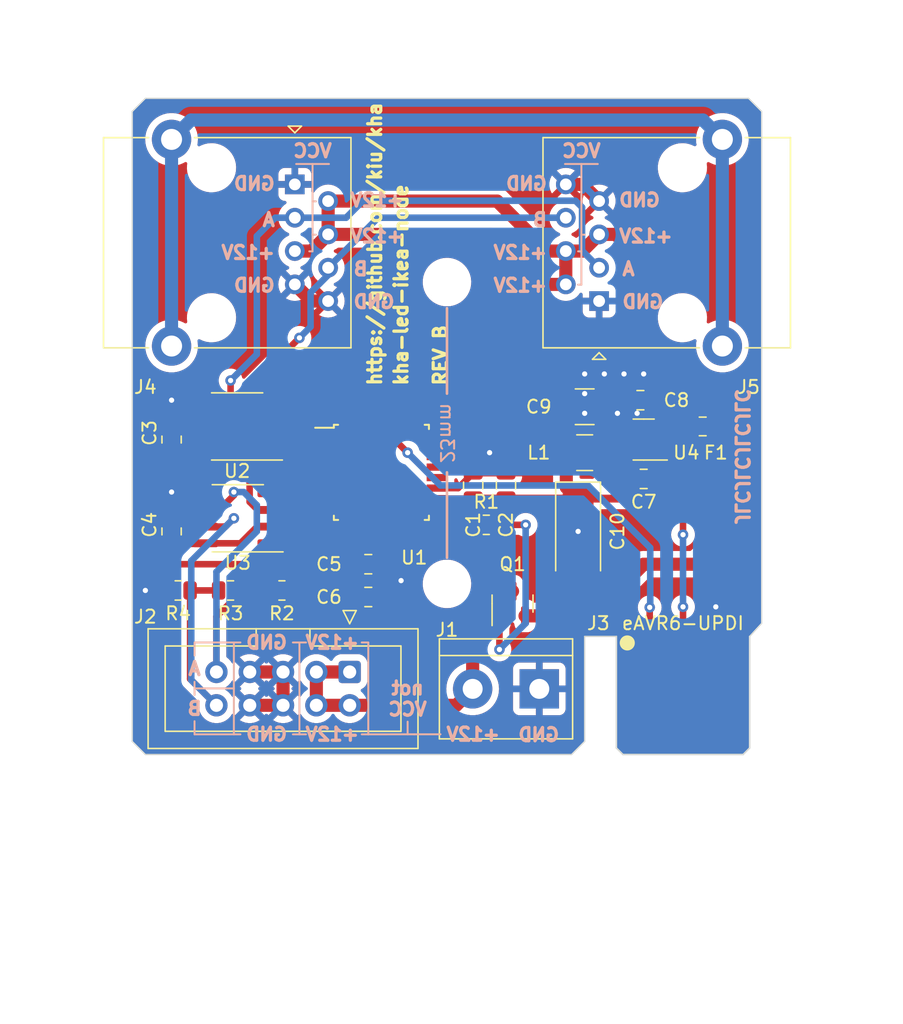
<source format=kicad_pcb>
(kicad_pcb (version 20221018) (generator pcbnew)
  (layers (0 "F.Cu" signal) (31 "B.Cu" signal) (34 "B.Paste" user) (35 "F.Paste" user) (36 "B.SilkS" user "B.Silkscreen") (37 "F.SilkS" user "F.Silkscreen") (38 "B.Mask" user) (39 "F.Mask" user) (44 "Edge.Cuts" user))
  (net 0 "")
  (net 1 "+5V")
  (net 2 "GND")
  (net 3 "UPDI")
  (net 4 "LED_TX")
  (net 5 "BUS_RX")
  (net 6 "BUS_DIR")
  (net 7 "BUS_TX")
  (net 8 "LED_EN")
  (net 9 "Net-(Q1-G)")
  (net 25 "+12V")
  (net 27 "485A")
  (net 28 "485B")
  (net 33 "Net-(J1-Pin_2)")
  (net 34 "Net-(U4-SW)")
  (net 35 "Net-(U4-BST)")
  (net 36 "Net-(U4-EN)")
  (net 37 "Net-(J2-Pin_9)")
  (net 38 "Net-(J2-Pin_10)")
  (net 39 "Net-(J4-PadSH)")
  (footprint "Resistor_SMD:R_0805_2012Metric" (layer "F.Cu") (at 97.5 75.5 180)
    (fp_text reference "R3" (at 0 -1.75 180) (layer "F.SilkS"))
    (fp_text value "R")
    (pad "1" smd roundrect (at -0.9125 0 180) (size 1.025 1.4) (layers "F.Cu" "F.Paste" "F.Mask") (roundrect_rratio 0.243902439) (net 37 "Net-(J2-Pin_9)"))
    (pad "2" smd roundrect (at 0.9125 0 180) (size 1.025 1.4) (layers "F.Cu" "F.Paste" "F.Mask") (roundrect_rratio 0.243902439) (net 38 "Net-(J2-Pin_10)"))
  )
  (footprint "Capacitor_SMD:C_1210_3225Metric" (layer "F.Cu") (at 124.5 61.5)
    (fp_text reference "C9" (at -3.5 0) (layer "F.SilkS"))
    (fp_text value "47uF")
    (pad "1" smd roundrect (at -1.475 0) (size 1.15 2.7) (layers "F.Cu" "F.Paste" "F.Mask") (roundrect_rratio 0.2173913043) (net 1 "+5V"))
    (pad "2" smd roundrect (at 1.475 0) (size 1.15 2.7) (layers "F.Cu" "F.Paste" "F.Mask") (roundrect_rratio 0.2173913043) (net 2 "GND"))
  )
  (footprint "Resistor_SMD:R_0805_2012Metric" (layer "F.Cu") (at 93.5 75.5 180)
    (fp_text reference "R4" (at 0 -1.75 180) (layer "F.SilkS"))
    (fp_text value "R")
    (pad "1" smd roundrect (at -0.9125 0 180) (size 1.025 1.4) (layers "F.Cu" "F.Paste" "F.Mask") (roundrect_rratio 0.243902439) (net 38 "Net-(J2-Pin_10)"))
    (pad "2" smd roundrect (at 0.9125 0 180) (size 1.025 1.4) (layers "F.Cu" "F.Paste" "F.Mask") (roundrect_rratio 0.243902439) (net 2 "GND"))
  )
  (footprint "Fuse:Fuse_0805_2012Metric" (layer "F.Cu") (at 133.5 63)
    (fp_text reference "F1" (at 1 2) (layer "F.SilkS"))
    (fp_text value "Polyfuse")
    (pad "1" smd roundrect (at -0.9375 0) (size 0.975 1.4) (layers "F.Cu" "F.Paste" "F.Mask") (net 36 "Net-(U4-EN)"))
    (pad "2" smd roundrect (at 0.9375 0) (size 0.975 1.4) (layers "F.Cu" "F.Paste" "F.Mask") (net 25 "+12V"))
  )
  (footprint "MountingHole:MountingHole_3.2mm_M3_DIN965" (layer "F.Cu") (at 114 52)
    (fp_text reference "H1" hide)
    (fp_text value "MountingHole")
    (pad "" np_thru_hole circle (at 0 0) (size 3.2 3.2) (drill 3.2) (layers "*.Cu" "*.Mask"))
  )
  (footprint "Inductor_SMD:L_1210_3225Metric" (layer "F.Cu") (at 124.5 65 180)
    (fp_text reference "L1" (at 3.5 0) (layer "F.SilkS"))
    (fp_text value "4.7uH")
    (pad "1" smd roundrect (at -1.4 0 180) (size 1.25 2.65) (layers "F.Cu" "F.Paste" "F.Mask") (roundrect_rratio 0.2) (net 34 "Net-(U4-SW)"))
    (pad "2" smd roundrect (at 1.4 0 180) (size 1.25 2.65) (layers "F.Cu" "F.Paste" "F.Mask") (roundrect_rratio 0.2) (net 1 "+5V"))
  )
  (footprint "Package_SO:SOIC-8_3.9x4.9mm_P1.27mm" (layer "F.Cu") (at 98.05 70 180)
    (fp_text reference "U3" (at 0 -3.4 180) (layer "F.SilkS"))
    (fp_text value "SP481E")
    (pad "1" smd roundrect (at -2.475 -1.905 180) (size 1.95 0.6) (layers "F.Cu" "F.Paste" "F.Mask"))
    (pad "2" smd roundrect (at -2.475 -0.635 180) (size 1.95 0.6) (layers "F.Cu" "F.Paste" "F.Mask") (net 1 "+5V"))
    (pad "3" smd roundrect (at -2.475 0.635 180) (size 1.95 0.6) (layers "F.Cu" "F.Paste" "F.Mask") (net 1 "+5V"))
    (pad "4" smd roundrect (at -2.475 1.905 180) (size 1.95 0.6) (layers "F.Cu" "F.Paste" "F.Mask") (net 4 "LED_TX"))
    (pad "5" smd roundrect (at 2.475 1.905 180) (size 1.95 0.6) (layers "F.Cu" "F.Paste" "F.Mask") (net 2 "GND"))
    (pad "6" smd roundrect (at 2.475 0.635 180) (size 1.95 0.6) (layers "F.Cu" "F.Paste" "F.Mask") (net 37 "Net-(J2-Pin_9)"))
    (pad "7" smd roundrect (at 2.475 -0.635 180) (size 1.95 0.6) (layers "F.Cu" "F.Paste" "F.Mask") (net 38 "Net-(J2-Pin_10)"))
    (pad "8" smd roundrect (at 2.475 -1.905 180) (size 1.95 0.6) (layers "F.Cu" "F.Paste" "F.Mask") (net 1 "+5V"))
  )
  (footprint "kiu:GDLX-S-88K" (layer "F.Cu") (at 93 49 -90)
    (fp_text reference "J4" (at 11 2 unlocked) (layer "F.SilkS"))
    (fp_text value "RJ45_Shielded")
    (pad "" np_thru_hole circle (at -5.715 -3.048 270) (size 3.25 3.25) (drill 3.25) (layers "*.Cu" "*.Mask"))
    (pad "" np_thru_hole circle (at 5.715 -3.048 90) (size 3.25 3.25) (drill 3.25) (layers "*.Cu" "*.Mask"))
    (pad "1" thru_hole rect (at -4.445 -9.398 90) (size 1.5 1.5) (drill 0.9) (layers "*.Cu" "*.Mask") (net 2 "GND"))
    (pad "2" thru_hole circle (at -3.175 -11.938 90) (size 1.5 1.5) (drill 0.9) (layers "*.Cu" "*.Mask") (net 25 "+12V"))
    (pad "3" thru_hole circle (at -1.905 -9.398 90) (size 1.5 1.5) (drill 0.9) (layers "*.Cu" "*.Mask") (net 27 "485A"))
    (pad "4" thru_hole circle (at -0.635 -11.938 90) (size 1.5 1.5) (drill 0.9) (layers "*.Cu" "*.Mask") (net 25 "+12V"))
    (pad "5" thru_hole circle (at 0.635 -9.398 90) (size 1.5 1.5) (drill 0.9) (layers "*.Cu" "*.Mask") (net 25 "+12V"))
    (pad "6" thru_hole circle (at 1.905 -11.938 90) (size 1.5 1.5) (drill 0.9) (layers "*.Cu" "*.Mask") (net 28 "485B"))
    (pad "7" thru_hole circle (at 3.175 -9.398 90) (size 1.5 1.5) (drill 0.9) (layers "*.Cu" "*.Mask") (net 2 "GND"))
    (pad "8" thru_hole circle (at 4.445 -11.938 90) (size 1.5 1.5) (drill 0.9) (layers "*.Cu" "*.Mask") (net 2 "GND"))
    (pad "SH" thru_hole circle (at -7.874 0.002 270) (size 3 3) (drill 1.6) (layers "*.Cu" "*.Mask") (net 39 "Net-(J4-PadSH)"))
    (pad "SH" thru_hole circle (at 7.874 0 90) (size 3 3) (drill 1.6) (layers "*.Cu" "*.Mask") (net 39 "Net-(J4-PadSH)"))
  )
  (footprint "Package_TO_SOT_SMD:SOT-23" (layer "F.Cu") (at 119 76.5 90)
    (fp_text reference "Q1" (at 3 0 180) (layer "F.SilkS"))
    (fp_text value "DMG2301L")
    (pad "1" smd roundrect (at -0.9375 -0.95 90) (size 1.475 0.6) (layers "F.Cu" "F.Paste" "F.Mask") (net 9 "Net-(Q1-G)"))
    (pad "2" smd roundrect (at -0.9375 0.95 90) (size 1.475 0.6) (layers "F.Cu" "F.Paste" "F.Mask") (net 25 "+12V"))
    (pad "3" smd roundrect (at 0.9375 0 90) (size 1.475 0.6) (layers "F.Cu" "F.Paste" "F.Mask") (net 33 "Net-(J1-Pin_2)"))
  )
  (footprint "MountingHole:MountingHole_3.2mm_M3_DIN965" (layer "F.Cu") (at 114 75)
    (fp_text reference "H2" hide)
    (fp_text value "MountingHole")
    (pad "" np_thru_hole circle (at 0 0) (size 3.2 3.2) (drill 3.2) (layers "*.Cu" "*.Mask"))
  )
  (footprint "Package_QFP:TQFP-32_7x7mm_P0.8mm" (layer "F.Cu") (at 109 66.5)
    (fp_text reference "U1" (at 2.5 6.5) (layer "F.SilkS"))
    (fp_text value "AVR64DD32")
    (pad "1" smd rect (at -4.25 -2.8) (size 1.6 0.55) (layers "F.Cu" "F.Paste" "F.Mask") (net 6 "BUS_DIR"))
    (pad "2" smd rect (at -4.25 -2) (size 1.6 0.55) (layers "F.Cu" "F.Paste" "F.Mask"))
    (pad "3" smd rect (at -4.25 -1.2) (size 1.6 0.55) (layers "F.Cu" "F.Paste" "F.Mask"))
    (pad "4" smd rect (at -4.25 -0.4) (size 1.6 0.55) (layers "F.Cu" "F.Paste" "F.Mask"))
    (pad "5" smd rect (at -4.25 0.4) (size 1.6 0.55) (layers "F.Cu" "F.Paste" "F.Mask"))
    (pad "6" smd rect (at -4.25 1.2) (size 1.6 0.55) (layers "F.Cu" "F.Paste" "F.Mask") (net 4 "LED_TX"))
    (pad "7" smd rect (at -4.25 2) (size 1.6 0.55) (layers "F.Cu" "F.Paste" "F.Mask"))
    (pad "8" smd rect (at -4.25 2.8) (size 1.6 0.55) (layers "F.Cu" "F.Paste" "F.Mask"))
    (pad "9" smd rect (at -2.8 4.25 90) (size 1.6 0.55) (layers "F.Cu" "F.Paste" "F.Mask"))
    (pad "10" smd rect (at -2 4.25 90) (size 1.6 0.55) (layers "F.Cu" "F.Paste" "F.Mask") (net 1 "+5V"))
    (pad "11" smd rect (at -1.2 4.25 90) (size 1.6 0.55) (layers "F.Cu" "F.Paste" "F.Mask"))
    (pad "12" smd rect (at -0.4 4.25 90) (size 1.6 0.55) (layers "F.Cu" "F.Paste" "F.Mask"))
    (pad "13" smd rect (at 0.4 4.25 90) (size 1.6 0.55) (layers "F.Cu" "F.Paste" "F.Mask"))
    (pad "14" smd rect (at 1.2 4.25 90) (size 1.6 0.55) (layers "F.Cu" "F.Paste" "F.Mask"))
    (pad "15" smd rect (at 2 4.25 90) (size 1.6 0.55) (layers "F.Cu" "F.Paste" "F.Mask"))
    (pad "16" smd rect (at 2.8 4.25 90) (size 1.6 0.55) (layers "F.Cu" "F.Paste" "F.Mask") (net 8 "LED_EN"))
    (pad "17" smd rect (at 4.25 2.8) (size 1.6 0.55) (layers "F.Cu" "F.Paste" "F.Mask"))
    (pad "18" smd rect (at 4.25 2) (size 1.6 0.55) (layers "F.Cu" "F.Paste" "F.Mask") (net 1 "+5V"))
    (pad "19" smd rect (at 4.25 1.2) (size 1.6 0.55) (layers "F.Cu" "F.Paste" "F.Mask") (net 2 "GND"))
    (pad "20" smd rect (at 4.25 0.4) (size 1.6 0.55) (layers "F.Cu" "F.Paste" "F.Mask"))
    (pad "21" smd rect (at 4.25 -0.4) (size 1.6 0.55) (layers "F.Cu" "F.Paste" "F.Mask"))
    (pad "22" smd rect (at 4.25 -1.2) (size 1.6 0.55) (layers "F.Cu" "F.Paste" "F.Mask"))
    (pad "23" smd rect (at 4.25 -2) (size 1.6 0.55) (layers "F.Cu" "F.Paste" "F.Mask"))
    (pad "24" smd rect (at 4.25 -2.8) (size 1.6 0.55) (layers "F.Cu" "F.Paste" "F.Mask"))
    (pad "25" smd rect (at 2.8 -4.25 90) (size 1.6 0.55) (layers "F.Cu" "F.Paste" "F.Mask"))
    (pad "26" smd rect (at 2 -4.25 90) (size 1.6 0.55) (layers "F.Cu" "F.Paste" "F.Mask"))
    (pad "27" smd rect (at 1.2 -4.25 90) (size 1.6 0.55) (layers "F.Cu" "F.Paste" "F.Mask") (net 3 "UPDI"))
    (pad "28" smd rect (at 0.4 -4.25 90) (size 1.6 0.55) (layers "F.Cu" "F.Paste" "F.Mask") (net 1 "+5V"))
    (pad "29" smd rect (at -0.4 -4.25 90) (size 1.6 0.55) (layers "F.Cu" "F.Paste" "F.Mask") (net 2 "GND"))
    (pad "30" smd rect (at -1.2 -4.25 90) (size 1.6 0.55) (layers "F.Cu" "F.Paste" "F.Mask") (net 7 "BUS_TX"))
    (pad "31" smd rect (at -2 -4.25 90) (size 1.6 0.55) (layers "F.Cu" "F.Paste" "F.Mask") (net 5 "BUS_RX"))
    (pad "32" smd rect (at -2.8 -4.25 90) (size 1.6 0.55) (layers "F.Cu" "F.Paste" "F.Mask"))
  )
  (footprint "TerminalBlock:TerminalBlock_bornier-2_P5.08mm" (layer "F.Cu") (at 121.04 83 180)
    (fp_text reference "J1" (at 7.04 4.5) (layer "F.SilkS"))
    (fp_text value "Screw_Terminal_01x02")
    (pad "1" thru_hole rect (at 0 0 180) (size 3 3) (drill 1.52) (layers "*.Cu" "*.Mask") (net 2 "GND"))
    (pad "2" thru_hole circle (at 5.08 0 180) (size 3 3) (drill 1.52) (layers "*.Cu" "*.Mask") (net 33 "Net-(J1-Pin_2)"))
  )
  (footprint "Capacitor_SMD:C_0805_2012Metric" (layer "F.Cu") (at 118.5 67.5 90)
    (fp_text reference "C2" (at -3 0 90) (layer "F.SilkS"))
    (fp_text value "100nF")
    (pad "1" smd roundrect (at -0.95 0 90) (size 1 1.45) (layers "F.Cu" "F.Paste" "F.Mask") (net 1 "+5V"))
    (pad "2" smd roundrect (at 0.95 0 90) (size 1 1.45) (layers "F.Cu" "F.Paste" "F.Mask") (net 2 "GND"))
  )
  (footprint "Resistor_SMD:R_0805_2012Metric" (layer "F.Cu") (at 101.4125 75.5 180)
    (fp_text reference "R2" (at 0 -1.75 180) (layer "F.SilkS"))
    (fp_text value "R")
    (pad "1" smd roundrect (at -0.9125 0 180) (size 1.025 1.4) (layers "F.Cu" "F.Paste" "F.Mask") (roundrect_rratio 0.243902439) (net 1 "+5V"))
    (pad "2" smd roundrect (at 0.9125 0 180) (size 1.025 1.4) (layers "F.Cu" "F.Paste" "F.Mask") (roundrect_rratio 0.243902439) (net 37 "Net-(J2-Pin_9)"))
  )
  (footprint "Package_SO:SOIC-8_3.9x4.9mm_P1.27mm" (layer "F.Cu") (at 98 63 180)
    (fp_text reference "U2" (at 0 -3.4 180) (layer "F.SilkS"))
    (fp_text value "SP481E")
    (pad "1" smd roundrect (at -2.475 -1.905 180) (size 1.95 0.6) (layers "F.Cu" "F.Paste" "F.Mask") (net 5 "BUS_RX"))
    (pad "2" smd roundrect (at -2.475 -0.635 180) (size 1.95 0.6) (layers "F.Cu" "F.Paste" "F.Mask") (net 6 "BUS_DIR"))
    (pad "3" smd roundrect (at -2.475 0.635 180) (size 1.95 0.6) (layers "F.Cu" "F.Paste" "F.Mask") (net 6 "BUS_DIR"))
    (pad "4" smd roundrect (at -2.475 1.905 180) (size 1.95 0.6) (layers "F.Cu" "F.Paste" "F.Mask") (net 7 "BUS_TX"))
    (pad "5" smd roundrect (at 2.475 1.905 180) (size 1.95 0.6) (layers "F.Cu" "F.Paste" "F.Mask") (net 2 "GND"))
    (pad "6" smd roundrect (at 2.475 0.635 180) (size 1.95 0.6) (layers "F.Cu" "F.Paste" "F.Mask") (net 27 "485A"))
    (pad "7" smd roundrect (at 2.475 -0.635 180) (size 1.95 0.6) (layers "F.Cu" "F.Paste" "F.Mask") (net 28 "485B"))
    (pad "8" smd roundrect (at 2.475 -1.905 180) (size 1.95 0.6) (layers "F.Cu" "F.Paste" "F.Mask") (net 1 "+5V"))
  )
  (footprint "Capacitor_SMD:C_0805_2012Metric" (layer "F.Cu") (at 129 67)
    (fp_text reference "C7" (at 0 1.75) (layer "F.SilkS"))
    (fp_text value "100nF")
    (pad "1" smd roundrect (at -0.95 0) (size 1 1.45) (layers "F.Cu" "F.Paste" "F.Mask") (net 34 "Net-(U4-SW)"))
    (pad "2" smd roundrect (at 0.95 0) (size 1 1.45) (layers "F.Cu" "F.Paste" "F.Mask") (net 35 "Net-(U4-BST)"))
  )
  (footprint "Capacitor_SMD:C_0805_2012Metric" (layer "F.Cu") (at 108 73.5)
    (fp_text reference "C5" (at -3 0) (layer "F.SilkS"))
    (fp_text value "10nF")
    (pad "1" smd roundrect (at -0.95 0) (size 1 1.45) (layers "F.Cu" "F.Paste" "F.Mask") (net 1 "+5V"))
    (pad "2" smd roundrect (at 0.95 0) (size 1 1.45) (layers "F.Cu" "F.Paste" "F.Mask") (net 2 "GND"))
  )
  (footprint "Capacitor_SMD:C_0805_2012Metric" (layer "F.Cu") (at 128.75 61)
    (fp_text reference "C8" (at 2.75 0) (layer "F.SilkS"))
    (fp_text value "10uF")
    (pad "1" smd roundrect (at -0.95 0) (size 1 1.45) (layers "F.Cu" "F.Paste" "F.Mask") (net 2 "GND"))
    (pad "2" smd roundrect (at 0.95 0) (size 1 1.45) (layers "F.Cu" "F.Paste" "F.Mask") (net 36 "Net-(U4-EN)"))
  )
  (footprint "Package_TO_SOT_SMD:TSOT-23-6" (layer "F.Cu") (at 129 64 180)
    (fp_text reference "U4" (at -3.25 -1) (layer "F.SilkS"))
    (fp_text value "AP63205WU")
    (pad "1" smd roundrect (at -1.1375 -0.95 180) (size 1.325 0.6) (layers "F.Cu" "F.Paste" "F.Mask") (net 1 "+5V"))
    (pad "2" smd roundrect (at -1.1375 0 180) (size 1.325 0.6) (layers "F.Cu" "F.Paste" "F.Mask") (net 36 "Net-(U4-EN)"))
    (pad "3" smd roundrect (at -1.1375 0.95 180) (size 1.325 0.6) (layers "F.Cu" "F.Paste" "F.Mask") (net 36 "Net-(U4-EN)"))
    (pad "4" smd roundrect (at 1.1375 0.95 180) (size 1.325 0.6) (layers "F.Cu" "F.Paste" "F.Mask") (net 2 "GND"))
    (pad "5" smd roundrect (at 1.1375 0 180) (size 1.325 0.6) (layers "F.Cu" "F.Paste" "F.Mask") (net 34 "Net-(U4-SW)"))
    (pad "6" smd roundrect (at 1.1375 -0.95 180) (size 1.325 0.6) (layers "F.Cu" "F.Paste" "F.Mask") (net 35 "Net-(U4-BST)"))
  )
  (footprint "Capacitor_SMD:C_0805_2012Metric" (layer "F.Cu") (at 108 76)
    (fp_text reference "C6" (at -3 0) (layer "F.SilkS"))
    (fp_text value "100nF")
    (pad "1" smd roundrect (at -0.95 0) (size 1 1.45) (layers "F.Cu" "F.Paste" "F.Mask") (net 1 "+5V"))
    (pad "2" smd roundrect (at 0.95 0) (size 1 1.45) (layers "F.Cu" "F.Paste" "F.Mask") (net 2 "GND"))
  )
  (footprint "Capacitor_SMD:C_0805_2012Metric" (layer "F.Cu") (at 93 64 90)
    (fp_text reference "C3" (at 0.5 -1.68 90) (layer "F.SilkS"))
    (fp_text value "100nF")
    (pad "1" smd roundrect (at -0.95 0 90) (size 1 1.45) (layers "F.Cu" "F.Paste" "F.Mask") (net 1 "+5V"))
    (pad "2" smd roundrect (at 0.95 0 90) (size 1 1.45) (layers "F.Cu" "F.Paste" "F.Mask") (net 2 "GND"))
  )
  (footprint "kiu:GDLX-S-88K" (layer "F.Cu") (at 135 49 90)
    (fp_text reference "J5" (at -11 2 unlocked) (layer "F.SilkS"))
    (fp_text value "RJ45_Shielded")
    (pad "" np_thru_hole circle (at -5.715 -3.048 90) (size 3.25 3.25) (drill 3.25) (layers "*.Cu" "*.Mask"))
    (pad "" np_thru_hole circle (at 5.715 -3.048 270) (size 3.25 3.25) (drill 3.25) (layers "*.Cu" "*.Mask"))
    (pad "1" thru_hole rect (at -4.445 -9.398 270) (size 1.5 1.5) (drill 0.9) (layers "*.Cu" "*.Mask") (net 2 "GND"))
    (pad "2" thru_hole circle (at -3.175 -11.938 270) (size 1.5 1.5) (drill 0.9) (layers "*.Cu" "*.Mask") (net 25 "+12V"))
    (pad "3" thru_hole circle (at -1.905 -9.398 270) (size 1.5 1.5) (drill 0.9) (layers "*.Cu" "*.Mask") (net 27 "485A"))
    (pad "4" thru_hole circle (at -0.635 -11.938 270) (size 1.5 1.5) (drill 0.9) (layers "*.Cu" "*.Mask") (net 25 "+12V"))
    (pad "5" thru_hole circle (at 0.635 -9.398 270) (size 1.5 1.5) (drill 0.9) (layers "*.Cu" "*.Mask") (net 25 "+12V"))
    (pad "6" thru_hole circle (at 1.905 -11.938 270) (size 1.5 1.5) (drill 0.9) (layers "*.Cu" "*.Mask") (net 28 "485B"))
    (pad "7" thru_hole circle (at 3.175 -9.398 270) (size 1.5 1.5) (drill 0.9) (layers "*.Cu" "*.Mask") (net 2 "GND"))
    (pad "8" thru_hole circle (at 4.445 -11.938 270) (size 1.5 1.5) (drill 0.9) (layers "*.Cu" "*.Mask") (net 2 "GND"))
    (pad "SH" thru_hole circle (at -7.874 0.002 90) (size 3 3) (drill 1.6) (layers "*.Cu" "*.Mask") (net 39 "Net-(J4-PadSH)"))
    (pad "SH" thru_hole circle (at 7.874 0 270) (size 3 3) (drill 1.6) (layers "*.Cu" "*.Mask") (net 39 "Net-(J4-PadSH)"))
  )
  (footprint "Capacitor_SMD:C_0805_2012Metric" (layer "F.Cu") (at 116 67.5 90)
    (fp_text reference "C1" (at -3 0 90) (layer "F.SilkS"))
    (fp_text value "10nF")
    (pad "1" smd roundrect (at -0.95 0 90) (size 1 1.45) (layers "F.Cu" "F.Paste" "F.Mask") (net 1 "+5V"))
    (pad "2" smd roundrect (at 0.95 0 90) (size 1 1.45) (layers "F.Cu" "F.Paste" "F.Mask") (net 2 "GND"))
  )
  (footprint "Connector_IDC:IDC-Header_2x05_P2.54mm_Vertical" (layer "F.Cu") (at 106.58 81.7125 -90)
    (fp_text reference "J2" (at -4.2125 15.58) (layer "F.SilkS"))
    (fp_text value "Conn_01x10")
    (pad "1" thru_hole roundrect (at 0 0 270) (size 1.7 1.7) (drill 1) (layers "*.Cu" "*.Mask") (roundrect_rratio 0.1470588235) (net 33 "Net-(J1-Pin_2)"))
    (pad "2" thru_hole circle (at 2.54 0 270) (size 1.7 1.7) (drill 1) (layers "*.Cu" "*.Mask") (net 33 "Net-(J1-Pin_2)"))
    (pad "3" thru_hole circle (at 0 2.54 270) (size 1.7 1.7) (drill 1) (layers "*.Cu" "*.Mask") (net 33 "Net-(J1-Pin_2)"))
    (pad "4" thru_hole circle (at 2.54 2.54 270) (size 1.7 1.7) (drill 1) (layers "*.Cu" "*.Mask") (net 33 "Net-(J1-Pin_2)"))
    (pad "5" thru_hole circle (at 0 5.08 270) (size 1.7 1.7) (drill 1) (layers "*.Cu" "*.Mask") (net 2 "GND"))
    (pad "6" thru_hole circle (at 2.54 5.08 270) (size 1.7 1.7) (drill 1) (layers "*.Cu" "*.Mask") (net 2 "GND"))
    (pad "7" thru_hole circle (at 0 7.62 270) (size 1.7 1.7) (drill 1) (layers "*.Cu" "*.Mask") (net 2 "GND"))
    (pad "8" thru_hole circle (at 2.54 7.62 270) (size 1.7 1.7) (drill 1) (layers "*.Cu" "*.Mask") (net 2 "GND"))
    (pad "9" thru_hole circle (at 0 10.16 270) (size 1.7 1.7) (drill 1) (layers "*.Cu" "*.Mask") (net 37 "Net-(J2-Pin_9)"))
    (pad "10" thru_hole circle (at 2.54 10.16 270) (size 1.7 1.7) (drill 1) (layers "*.Cu" "*.Mask") (net 38 "Net-(J2-Pin_10)"))
  )
  (footprint "Capacitor_SMD:C_0805_2012Metric" (layer "F.Cu") (at 93 71 90)
    (fp_text reference "C4" (at 0.5 -1.68 90) (layer "F.SilkS"))
    (fp_text value "100nF")
    (pad "1" smd roundrect (at -0.95 0 90) (size 1 1.45) (layers "F.Cu" "F.Paste" "F.Mask") (net 1 "+5V"))
    (pad "2" smd roundrect (at 0.95 0 90) (size 1 1.45) (layers "F.Cu" "F.Paste" "F.Mask") (net 2 "GND"))
  )
  (footprint "Resistor_SMD:R_0805_2012Metric" (layer "F.Cu") (at 117 70.5 180)
    (fp_text reference "R1" (at 0 1.75) (layer "F.SilkS"))
    (fp_text value "10R")
    (pad "1" smd roundrect (at -0.9125 0 180) (size 1.025 1.4) (layers "F.Cu" "F.Paste" "F.Mask") (roundrect_rratio 0.243902439) (net 9 "Net-(Q1-G)"))
    (pad "2" smd roundrect (at 0.9125 0 180) (size 1.025 1.4) (layers "F.Cu" "F.Paste" "F.Mask") (roundrect_rratio 0.243902439) (net 8 "LED_EN"))
  )
  (footprint "kiu-eAVR:eAVR6-UPDI-F" (layer "F.Cu") (at 132 88)
    (fp_text reference "J3" (at -5.5 -10) (layer "F.SilkS") (effects (justify right)))
    (fp_text value "AVR-UPDI-6" hide)
    (fp_text user "eAVR6-UPDI" (at -4.75 -10 unlocked) (layer "F.SilkS") (effects (justify left)))
    (fp_line (start -5.08 -9) (end -5.08 -0.5) (stroke (width 0.12)) (layer "Edge.Cuts"))
    (fp_line (start -5.08 -0.5) (end -4.58 0) (stroke (width 0.12)) (layer "Edge.Cuts"))
    (fp_line (start -4.58 0) (end 4.58 0) (stroke (width 0.12)) (layer "Edge.Cuts"))
    (fp_line (start 5.08 -9) (end 5.08 -0.5) (stroke (width 0.12)) (layer "Edge.Cuts"))
    (fp_line (start 5.08 -0.5) (end 4.58 0) (stroke (width 0.12)) (layer "Edge.Cuts"))
    (pad "1" connect rect (at -2.54 -5) (size 1.4 8) (layers "F.Cu" "F.Mask") (net 3 "UPDI"))
    (pad "2" connect rect (at 0 -5) (size 1.4 8) (layers "F.Cu" "F.Mask") (net 1 "+5V"))
    (pad "6" connect rect (at 2.54 -5) (size 1.4 8) (layers "F.Cu" "F.Mask") (net 2 "GND"))
  )
  (footprint "Capacitor_Tantalum_SMD:CP_EIA-6032-28_Kemet-C" (layer "F.Cu") (at 124 71 -90)
    (fp_text reference "C10" (at 0 -3 90) (layer "F.SilkS"))
    (fp_text value "220uF")
    (pad "1" smd roundrect (at -2.4625 0 270) (size 2.075 2.35) (layers "F.Cu" "F.Paste" "F.Mask") (roundrect_rratio 0.1204819277) (net 1 "+5V"))
    (pad "2" smd roundrect (at 2.4625 0 270) (size 2.075 2.35) (layers "F.Cu" "F.Paste" "F.Mask") (roundrect_rratio 0.1204819277) (net 2 "GND"))
  )
  (gr_line (start 103.25 79.465) (end 102.25 79.465) (stroke (width 0.15)) (layer "B.SilkS"))
  (gr_line (start 124.25 52.197) (end 124 52.197) (stroke (width 0.15)) (layer "B.SilkS"))
  (gr_line (start 108 86.465) (end 111.506 86.4616) (stroke (width 0.15)) (layer "B.SilkS"))
  (gr_line (start 103.75 43) (end 103.75 49.657) (stroke (width 0.15)) (layer "B.SilkS"))
  (gr_line (start 111 86.4616) (end 111 85.5) (stroke (width 0.15)) (layer "B.SilkS"))
  (gr_line (start 103.75 48.387) (end 104 48.387) (stroke (width 0.15)) (layer "B.SilkS"))
  (gr_line (start 98.25 79.465) (end 94.75 79.465) (stroke (width 0.15)) (layer "B.SilkS"))
  (gr_line (start 97.75 79.465) (end 97.75 86.465) (stroke (width 0.15)) (layer "B.SilkS"))
  (gr_line (start 102.25 86.465) (end 103.25 86.465) (stroke (width 0.15)) (layer "B.SilkS"))
  (gr_line (start 103.75 45.847) (end 104 45.847) (stroke (width 0.15)) (layer "B.SilkS"))
  (gr_line (start 102.5 43) (end 105 43) (stroke (width 0.15)) (layer "B.SilkS"))
  (gr_line (start 108 86.465) (end 107.5 86.465) (stroke (width 0.15)) (layer "B.SilkS"))
  (gr_line (start 97.75 82.965) (end 94.75 82.965) (stroke (width 0.15)) (layer "B.SilkS"))
  (gr_line (start 94.75 79.465) (end 94.75 80.465) (stroke (width 0.15)) (layer "B.SilkS"))
  (gr_line (start 108 79.465) (end 108 86.465) (stroke (width 0.15)) (layer "B.SilkS"))
  (gr_line (start 124.25 48.387) (end 124.5 48.387) (stroke (width 0.15)) (layer "B.SilkS"))
  (gr_line (start 114 66.5) (end 114 73) (stroke (width 0.2)) (layer "B.SilkS"))
  (gr_line (start 108 79.465) (end 107.5 79.465) (stroke (width 0.15)) (layer "B.SilkS"))
  (gr_line (start 94.75 85.465) (end 94.75 86.465) (stroke (width 0.15)) (layer "B.SilkS"))
  (gr_line (start 123 43) (end 125.5 43) (stroke (width 0.15)) (layer "B.SilkS"))
  (gr_line (start 102.75 79.465) (end 102.75 86.465) (stroke (width 0.15)) (layer "B.SilkS"))
  (gr_line (start 114 54) (end 114 60.5) (stroke (width 0.2)) (layer "B.SilkS"))
  (gr_line (start 113.506 86.4616) (end 111.506 86.4616) (stroke (width 0.15)) (layer "B.SilkS"))
  (gr_line (start 94.75 82.465) (end 94.75 83.465) (stroke (width 0.15)) (layer "B.SilkS"))
  (gr_line (start 124.25 43) (end 124.25 52.197) (stroke (width 0.15)) (layer "B.SilkS"))
  (gr_line (start 94.75 86.465) (end 98.25 86.465) (stroke (width 0.15)) (layer "B.SilkS"))
  (gr_line (start 103.75 49.657) (end 103.5 49.657) (stroke (width 0.15)) (layer "B.SilkS"))
  (gr_line (start 124.25 49.657) (end 124 49.657) (stroke (width 0.15)) (layer "B.SilkS"))
  (gr_line (start 126.92 79) (end 124.5 79) (stroke (width 0.1)) (layer "Edge.Cuts"))
  (gr_line (start 90 39) (end 90 87) (stroke (width 0.1)) (layer "Edge.Cuts"))
  (gr_line (start 138 39) (end 138 78) (stroke (width 0.1)) (layer "Edge.Cuts"))
  (gr_line (start 137.08 79) (end 138 78) (stroke (width 0.1)) (layer "Edge.Cuts"))
  (gr_line (start 90 39) (end 91 38) (stroke (width 0.1)) (layer "Edge.Cuts"))
  (gr_line (start 124.5 87) (end 124.5 79) (stroke (width 0.1)) (layer "Edge.Cuts"))
  (gr_line (start 123.5 88) (end 124.5 87) (stroke (width 0.1)) (layer "Edge.Cuts"))
  (gr_line (start 137 38) (end 138 39) (stroke (width 0.1)) (layer "Edge.Cuts"))
  (gr_line (start 90 87) (end 91 88) (stroke (width 0.1)) (layer "Edge.Cuts"))
  (gr_line (start 91 38) (end 137 38) (stroke (width 0.1)) (layer "Edge.Cuts"))
  (gr_line (start 91 88) (end 123.5 88) (stroke (width 0.1)) (layer "Edge.Cuts"))
  (gr_text "GND" (at 121 86.5) (layer "B.SilkS") (effects (font (size 1 1) (thickness 0.25)) (justify mirror)))
  (gr_text "+12V" (at 121.75 52.25) (layer "B.SilkS") (effects (font (size 1 1) (thickness 0.25)) (justify left mirror)))
  (gr_text "GND" (at 127.25 53.5) (layer "B.SilkS") (effects (font (size 1 1) (thickness 0.25)) (justify right mirror)))
  (gr_text "+12V" (at 105.25 86.465) (layer "B.SilkS") (effects (font (size 1 1) (thickness 0.25)) (justify mirror)))
  (gr_text "B" (at 106.75 51) (layer "B.SilkS") (effects (font (size 1 1) (thickness 0.25)) (justify right mirror)))
  (gr_text "GND" (at 121.75 44.5) (layer "B.SilkS") (effects (font (size 1 1) (thickness 0.25)) (justify left mirror)))
  (gr_text "GND" (at 100.25 86.465) (layer "B.SilkS") (effects (font (size 1 1) (thickness 0.25)) (justify mirror)))
  (gr_text "GND" (at 101 52.25) (layer "B.SilkS") (effects (font (size 1 1) (thickness 0.25)) (justify left mirror)))
  (gr_text "GND" (at 100.25 79.465) (layer "B.SilkS") (effects (font (size 1 1) (thickness 0.25)) (justify mirror)))
  (gr_text "B" (at 121.75 47.25) (layer "B.SilkS") (effects (font (size 1 1) (thickness 0.25)) (justify left mirror)))
  (gr_text "GND" (at 106.75 53.5) (layer "B.SilkS") (effects (font (size 1 1) (thickness 0.25)) (justify right mirror)))
  (gr_text "A" (at 94.75 81.465) (layer "B.SilkS") (effects (font (size 1 1) (thickness 0.25)) (justify mirror)))
  (gr_text "+12V" (at 121.75 49.75) (layer "B.SilkS") (effects (font (size 1 1) (thickness 0.25)) (justify left mirror)))
  (gr_text "GND" (at 127 45.75) (layer "B.SilkS") (effects (font (size 1 1) (thickness 0.25)) (justify right mirror)))
  (gr_text "JLCJLCJLCJLC" (at 136.5 60 270) (layer "B.SilkS") (effects (font (size 1 1) (thickness 0.25)) (justify right mirror)))
  (gr_text "+12V" (at 105.25 79.465) (layer "B.SilkS") (effects (font (size 1 1) (thickness 0.25)) (justify mirror)))
  (gr_text "VCC" (at 103.75 42) (layer "B.SilkS") (effects (font (size 1 1) (thickness 0.25)) (justify mirror)))
  (gr_text "+12V" (at 116 86.465) (layer "B.SilkS") (effects (font (size 1 1) (thickness 0.25)) (justify mirror)))
  (gr_text "B" (at 94.75 84.5) (layer "B.SilkS") (effects (font (size 1 1) (thickness 0.25)) (justify mirror)))
  (gr_text "VCC" (at 124.25 42) (layer "B.SilkS") (effects (font (size 1 1) (thickness 0.25)) (justify mirror)))
  (gr_text "+12V" (at 101 49.75) (layer "B.SilkS") (effects (font (size 1 1) (thickness 0.25)) (justify left mirror)))
  (gr_text "A" (at 101 47.25) (layer "B.SilkS") (effects (font (size 1 1) (thickness 0.25)) (justify left mirror)))
  (gr_text "GND" (at 101 44.5) (layer "B.SilkS") (effects (font (size 1 1) (thickness 0.25)) (justify left mirror)))
  (gr_text "A" (at 127.25 51) (layer "B.SilkS") (effects (font (size 1 1) (thickness 0.25)) (justify right mirror)))
  (gr_text "+12V" (at 106.5 45.75) (layer "B.SilkS") (effects (font (size 1 1) (thickness 0.25)) (justify right mirror)))
  (gr_text "+12V" (at 106.5 48.5) (layer "B.SilkS") (effects (font (size 1 1) (thickness 0.25)) (justify right mirror)))
  (gr_text "23mm" (at 114 63.5 270) (layer "B.SilkS") (effects (font (size 1 1)) (justify mirror)))
  (gr_text "+12V" (at 127 48.5) (layer "B.SilkS") (effects (font (size 1 1) (thickness 0.25)) (justify right mirror)))
  (gr_text "not\nVCC" (at 110.994 83.75) (layer "B.SilkS") (effects (font (size 1 1) (thickness 0.25)) (justify mirror)))
  (gr_text "REV B" (at 113.5 60 90) (layer "F.SilkS") (effects (font (size 1 1) (thickness 0.25)) (justify left)))
  (gr_text "https://github.com/kiu/kha" (at 108.5 60 90) (layer "F.SilkS") (effects (font (size 1 1) (thickness 0.25)) (justify left)))
  (gr_text "kha-led-ikea-node" (at 110.5 60 90) (layer "F.SilkS") (effects (font (size 1 1) (thickness 0.25)) (justify left)))
  (segment (start 110 68.5) (end 108.075 68.5) (width 0.5) (layer "F.Cu") (net 1))
  (segment (start 132 71.25) (end 132 70.25) (width 0.5) (layer "F.Cu") (net 1))
  (segment (start 118.5 68.45) (end 123.9125 68.45) (width 0.5) (layer "F.Cu") (net 1))
  (segment (start 98.9525 68.75) (end 99.5675 69.365) (width 0.5) (layer "F.Cu") (net 1))
  (segment (start 95.525 64.905) (end 93.25 64.905) (width 0.5) (layer "F.Cu") (net 1))
  (segment (start 93 65.75) (end 93.75 66.5) (width 0.5) (layer "F.Cu") (net 1))
  (segment (start 115.95 68.5) (end 116 68.45) (width 0.5) (layer "F.Cu") (net 1))
  (segment (start 93 71.95) (end 93 73) (width 0.5) (layer "F.Cu") (net 1))
  (segment (start 110 68.5) (end 113.25 68.5) (width 0.5) (layer "F.Cu") (net 1))
  (segment (start 95.575 71.905) (end 98.25 71.905) (width 0.5) (layer "F.Cu") (net 1))
  (segment (start 93.25 64.905) (end 93.25 64.95) (width 0.5) (layer "F.Cu") (net 1))
  (segment (start 106.05 73.5) (end 107.05 74.5) (width 0.5) (layer "F.Cu") (net 1))
  (segment (start 107.05 73.5) (end 107.05 74.5) (width 0.5) (layer "F.Cu") (net 1))
  (segment (start 99.5675 69.365) (end 100.525 69.365) (width 0.5) (layer "F.Cu") (net 1))
  (segment (start 109.4 67.9) (end 110 68.5) (width 0.5) (layer "F.Cu") (net 1))
  (segment (start 98.25 71.905) (end 98.9525 71.2025) (width 0.5) (layer "F.Cu") (net 1))
  (segment (start 108.075 68.5) (end 107 69.575) (width 0.5) (layer "F.Cu") (net 1))
  (segment (start 93 64.95) (end 93 65.75) (width 0.5) (layer "F.Cu") (net 1))
  (segment (start 98.5 66.5) (end 98.9525 66.9525) (width 0.5) (layer "F.Cu") (net 1))
  (segment (start 118.5 68.45) (end 116 68.45) (width 0.5) (layer "F.Cu") (net 1))
  (segment (start 123.1 61.575) (end 123.025 61.5) (width 1) (layer "F.Cu") (net 1))
  (segment (start 100.525 69.365) (end 100.525 70.635) (width 0.5) (layer "F.Cu") (net 1))
  (segment (start 93.75 66.5) (end 98.5 66.5) (width 0.5) (layer "F.Cu") (net 1))
  (segment (start 131 65.8125) (end 130.1375 64.95) (width 0.5) (layer "F.Cu") (net 1))
  (segment (start 130.23566 68.5) (end 124.0375 68.5) (width 0.6) (layer "F.Cu") (net 1))
  (segment (start 93 73) (end 93.5 73.5) (width 0.5) (layer "F.Cu") (net 1))
  (segment (start 123.1 65) (end 123.1 67.6375) (width 1) (layer "F.Cu") (net 1))
  (segment (start 109.4 66.5) (end 109.4 67.9) (width 0.5) (layer "F.Cu") (net 1))
  (segment (start 123.1 67.6375) (end 124 68.5375) (width 1) (layer "F.Cu") (net 1))
  (segment (start 107 69.575) (end 107 70.75) (width 0.5) (layer "F.Cu") (net 1))
  (segment (start 107.05 74.5) (end 107.05 75.9) (width 0.5) (layer "F.Cu") (net 1))
  (segment (start 109.4 62.25) (end 109.4 66.5) (width 0.5) (layer "F.Cu") (net 1))
  (segment (start 132 70.25) (end 130.25 68.5) (width 0.5) (layer "F.Cu") (net 1))
  (segment (start 107 73.45) (end 107.05 73.5) (width 0.5) (layer "F.Cu") (net 1))
  (segment (start 131 67.75) (end 131 65.8125) (width 0.5) (layer "F.Cu") (net 1))
  (segment (start 101.325 73.5) (end 106.05 73.5) (width 0.5) (layer "F.Cu") (net 1))
  (segment (start 93.5 73.5) (end 101.325 73.5) (width 0.5) (layer "F.Cu") (net 1))
  (segment (start 99.52 70.635) (end 100.525 70.635) (width 0.5) (layer "F.Cu") (net 1))
  (segment (start 130.25 68.5) (end 131 67.75) (width 0.5) (layer "F.Cu") (net 1))
  (segment (start 132 83) (end 132 76.75) (width 0.5) (layer "F.Cu") (net 1))
  (segment (start 102.325 75.5) (end 102.325 74.5) (width 0.5) (layer "F.Cu") (net 1))
  (segment (start 93 71.95) (end 95.53 71.95) (width 0.5) (layer "F.Cu") (net 1))
  (segment (start 98.9525 66.9525) (end 98.9525 68.75) (width 0.5) (layer "F.Cu") (net 1))
  (segment (start 101.325 73.5) (end 102.325 74.5) (width 0.5) (layer "F.Cu") (net 1))
  (segment (start 95.53 71.95) (end 95.575 71.905) (width 0.5) (layer "F.Cu") (net 1))
  (segment (start 123.1 65) (end 123.1 61.575) (width 1) (layer "F.Cu") (net 1))
  (segment (start 113.25 68.5) (end 115.95 68.5) (width 0.5) (layer "F.Cu") (net 1))
  (segment (start 98.9525 71.2025) (end 99.52 70.635) (width 0.5) (layer "F.Cu") (net 1))
  (segment (start 107 70.75) (end 107 73.45) (width 0.5) (layer "F.Cu") (net 1))
  (via (at 132 71.25) (size 0.8) (drill 0.4) (layers "F.Cu" "B.Cu") (net 1))
  (via (at 132 76.75) (size 0.8) (drill 0.4) (layers "F.Cu" "B.Cu") (net 1))
  (segment (start 132 76.75) (end 132 71.25) (width 0.5) (layer "B.Cu") (net 1))
  (segment (start 98.96 81.7125) (end 101.5 81.7125) (width 1) (layer "F.Cu") (net 2))
  (segment (start 134.54 76.79) (end 134.5 76.75) (width 0.5) (layer "F.Cu") (net 2))
  (segment (start 124.332 44.555) (end 125.602 45.825) (width 1) (layer "F.Cu") (net 2))
  (segment (start 95.525 61.095) (end 93.095 61.095) (width 0.5) (layer "F.Cu") (net 2))
  (segment (start 95.575 68.095) (end 93.095 68.095) (width 0.5) (layer "F.Cu") (net 2))
  (segment (start 101.5 84.2525) (end 98.96 84.2525) (width 1) (layer "F.Cu") (net 2))
  (segment (start 113.25 67.7) (end 114.85 67.7) (width 0.5) (layer "F.Cu") (net 2))
  (segment (start 104.938 53.445) (end 103.668 53.445) (width 1) (layer "F.Cu") (net 2))
  (segment (start 101.5 81.7125) (end 101.5 84.2525) (width 1) (layer "F.Cu") (net 2))
  (segment (start 108.6 57.107) (end 104.938 53.445) (width 0.5) (layer "F.Cu") (net 2))
  (segment (start 93 70.05) (end 93 68) (width 0.5) (layer "F.Cu") (net 2))
  (segment (start 103.668 53.445) (end 102.398 52.175) (width 1) (layer "F.Cu") (net 2))
  (segment (start 114.85 67.7) (end 116 66.55) (width 0.5) (layer "F.Cu") (net 2))
  (segment (start 118.5 66.55) (end 116 66.55) (width 0.5) (layer "F.Cu") (net 2))
  (segment (start 93 63.05) (end 93 61) (width 0.5) (layer "F.Cu") (net 2))
  (segment (start 134.54 83) (end 134.54 76.79) (width 0.5) (layer "F.Cu") (net 2))
  (segment (start 93.095 68.095) (end 93 68) (width 0.5) (layer "F.Cu") (net 2))
  (segment (start 123.062 44.555) (end 124.332 44.555) (width 1) (layer "F.Cu") (net 2))
  (segment (start 108.6 62.25) (end 108.6 57.107) (width 0.5) (layer "F.Cu") (net 2))
  (segment (start 108.95 73.5) (end 108.95 75.9) (width 0.5) (layer "F.Cu") (net 2))
  (segment (start 93.095 61.095) (end 93 61) (width 0.5) (layer "F.Cu") (net 2))
  (via (at 110.5 74.75) (size 0.8) (drill 0.4) (layers "F.Cu" "B.Cu") (net 2))
  (via (at 93 61) (size 0.8) (drill 0.4) (layers "F.Cu" "B.Cu") (net 2))
  (via (at 129 59) (size 0.8) (drill 0.4) (layers "F.Cu" "B.Cu") (net 2))
  (via (at 124.5 60.5) (size 0.8) (drill 0.4) (layers "F.Cu" "B.Cu") (net 2))
  (via (at 124.5 59) (size 0.8) (drill 0.4) (layers "F.Cu" "B.Cu") (net 2))
  (via (at 128.5 62) (size 0.8) (drill 0.4) (layers "F.Cu" "B.Cu") (net 2))
  (via (at 134.5 76.75) (size 0.8) (drill 0.4) (layers "F.Cu" "B.Cu") (net 2))
  (via (at 126 59) (size 0.8) (drill 0.4) (layers "F.Cu" "B.Cu") (net 2))
  (via (at 91 75.5) (size 0.8) (drill 0.4) (layers "F.Cu" "B.Cu") (net 2))
  (via (at 127 62) (size 0.8) (drill 0.4) (layers "F.Cu" "B.Cu") (net 2))
  (via (at 93 68) (size 0.8) (drill 0.4) (layers "F.Cu" "B.Cu") (net 2))
  (via (at 124 71) (size 0.8) (drill 0.4) (layers "F.Cu" "B.Cu") (net 2))
  (via (at 124.5 62) (size 0.8) (drill 0.4) (layers "F.Cu" "B.Cu") (net 2))
  (via (at 127.5 59) (size 0.8) (drill 0.4) (layers "F.Cu" "B.Cu") (net 2))
  (via (at 117.25 65) (size 0.8) (drill 0.4) (layers "F.Cu" "B.Cu") (net 2))
  (segment (start 110.2 62.25) (end 110.2 64) (width 0.5) (layer "F.Cu") (net 3))
  (segment (start 111 65) (end 110.2 64.2) (width 0.5) (layer "F.Cu") (net 3))
  (segment (start 129.46 83) (end 129.46 76.79) (width 0.5) (layer "F.Cu") (net 3))
  (segment (start 110.2 64.2) (end 110.2 64) (width 0.5) (layer "F.Cu") (net 3))
  (via (at 111 65) (size 0.8) (drill 0.4) (layers "F.Cu" "B.Cu") (net 3))
  (via (at 129.46 76.79) (size 0.8) (drill 0.4) (layers "F.Cu" "B.Cu") (net 3))
  (segment (start 113.5 67.5) (end 124.75 67.5) (width 0.5) (layer "B.Cu") (net 3))
  (segment (start 129.5 72.25) (end 129.5 76.75) (width 0.5) (layer "B.Cu") (net 3))
  (segment (start 129.5 76.75) (end 129.46 76.79) (width 0.5) (layer "B.Cu") (net 3))
  (segment (start 111 65) (end 113.5 67.5) (width 0.5) (layer "B.Cu") (net 3))
  (segment (start 124.75 67.5) (end 129.5 72.25) (width 0.5) (layer "B.Cu") (net 3))
  (segment (start 104.75 67.7) (end 100.92 67.7) (width 0.5) (layer "F.Cu") (net 4))
  (segment (start 100.92 67.7) (end 100.525 68.095) (width 0.5) (layer "F.Cu") (net 4))
  (segment (start 107 61) (end 107 62.25) (width 0.5) (layer "F.Cu") (net 5))
  (segment (start 101.345 64.905) (end 102.25 64) (width 0.5) (layer "F.Cu") (net 5))
  (segment (start 103.5 60) (end 106 60) (width 0.5) (layer "F.Cu") (net 5))
  (segment (start 102.25 64) (end 102.25 61.25) (width 0.5) (layer "F.Cu") (net 5))
  (segment (start 102.25 61.25) (end 103.5 60) (width 0.5) (layer "F.Cu") (net 5))
  (segment (start 100.475 64.905) (end 101.345 64.905) (width 0.5) (layer "F.Cu") (net 5))
  (segment (start 106 60) (end 107 61) (width 0.5) (layer "F.Cu") (net 5))
  (segment (start 99.5 66) (end 101.75 66) (width 0.5) (layer "F.Cu") (net 6))
  (segment (start 101.75 66) (end 103.35 64.4) (width 0.5) (layer "F.Cu") (net 6))
  (segment (start 99.25 63.635) (end 98.75 64.135) (width 0.5) (layer "F.Cu") (net 6))
  (segment (start 103.35 64.4) (end 103.35 63.9) (width 0.5) (layer "F.Cu") (net 6))
  (segment (start 103.55 63.7) (end 104.75 63.7) (width 0.5) (layer "F.Cu") (net 6))
  (segment (start 100.475 63.635) (end 99.25 63.635) (width 0.5) (layer "F.Cu") (net 6))
  (segment (start 103.35 63.9) (end 103.55 63.7) (width 0.5) (layer "F.Cu") (net 6))
  (segment (start 98.75 65.25) (end 99.5 66) (width 0.5) (layer "F.Cu") (net 6))
  (segment (start 100.475 62.365) (end 100.475 63.635) (width 0.5) (layer "F.Cu") (net 6))
  (segment (start 98.75 64.135) (end 98.75 65.25) (width 0.5) (layer "F.Cu") (net 6))
  (segment (start 100.475 60.025) (end 100.475 61.095) (width 0.5) (layer "F.Cu") (net 7))
  (segment (start 107.8 62.25) (end 107.8 60.3) (width 0.5) (layer "F.Cu") (net 7))
  (segment (start 101.5 59) (end 100.475 60.025) (width 0.5) (layer "F.Cu") (net 7))
  (segment (start 106.5 59) (end 101.5 59) (width 0.5) (layer "F.Cu") (net 7))
  (segment (start 107.8 60.3) (end 106.5 59) (width 0.5) (layer "F.Cu") (net 7))
  (segment (start 115.8375 70.75) (end 116.0875 70.5) (width 0.5) (layer "F.Cu") (net 8))
  (segment (start 111.8 70.75) (end 115.8375 70.75) (width 0.5) (layer "F.Cu") (net 8))
  (segment (start 117.9125 70.5) (end 120 70.5) (width 0.5) (layer "F.Cu") (net 9))
  (segment (start 118 77.4875) (end 118.05 77.4375) (width 0.5) (layer "F.Cu") (net 9))
  (segment (start 118 80) (end 118 77.4875) (width 0.5) (layer "F.Cu") (net 9))
  (via (at 118 80) (size 0.8) (drill 0.4) (layers "F.Cu" "B.Cu") (net 9))
  (via (at 120 70.5) (size 0.8) (drill 0.4) (layers "F.Cu" "B.Cu") (net 9))
  (segment (start 120 70.5) (end 120 78) (width 0.5) (layer "B.Cu") (net 9))
  (segment (start 120 78) (end 118 80) (width 0.5) (layer "B.Cu") (net 9))
  (segment (start 123.062 49.635) (end 121.635 49.635) (width 1) (layer "F.Cu") (net 25))
  (segment (start 125.0625 77.4375) (end 129 73.5) (width 1) (layer "F.Cu") (net 25))
  (segment (start 104.938 45.825) (end 104.938 48.365) (width 1) (layer "F.Cu") (net 25))
  (segment (start 128 49.5) (end 126.865 48.365) (width 1) (layer "F.Cu") (net 25))
  (segment (start 123.062 49.635) (end 124.332 49.635) (width 1) (layer "F.Cu") (net 25))
  (segment (start 123.062 52.175) (end 121.175 52.175) (width 1) (layer "F.Cu") (net 25))
  (segment (start 117.365 48.365) (end 104.938 48.365) (width 1) (layer "F.Cu") (net 25))
  (segment (start 134.4375 63) (end 134.4375 62) (width 1) (layer "F.Cu") (net 25))
  (segment (start 126.865 48.365) (end 125.602 48.365) (width 1) (layer "F.Cu") (net 25))
  (segment (start 134.4375 62) (end 128 55.5625) (width 1) (layer "F.Cu") (net 25))
  (segment (start 119.95 77.4375) (end 125.0625 77.4375) (width 1) (layer "F.Cu") (net 25))
  (segment (start 134.4375 72.0625) (end 134.4375 64.0625) (width 1) (layer "F.Cu") (net 25))
  (segment (start 117.825 45.825) (end 104.938 45.825) (width 1) (layer "F.Cu") (net 25))
  (segment (start 121.635 49.635) (end 117.825 45.825) (width 1) (layer "F.Cu") (net 25))
  (segment (start 133 73.5) (end 134.4375 72.0625) (width 1) (layer "F.Cu") (net 25))
  (segment (start 128 55.5625) (end 128 49.5) (width 1) (layer "F.Cu") (net 25))
  (segment (start 129 73.5) (end 133 73.5) (width 1) (layer "F.Cu") (net 25))
  (segment (start 104.938 48.365) (end 103.668 49.635) (width 1) (layer "F.Cu") (net 25))
  (segment (start 103.668 49.635) (end 102.398 49.635) (width 1) (layer "F.Cu") (net 25))
  (segment (start 134.4375 64.0625) (end 134.4375 63) (width 1) (layer "F.Cu") (net 25))
  (segment (start 121.175 52.175) (end 117.365 48.365) (width 1) (layer "F.Cu") (net 25))
  (segment (start 123.062 49.635) (end 123.062 52.175) (width 1) (layer "F.Cu") (net 25))
  (segment (start 124.332 49.635) (end 125.602 48.365) (width 1) (layer "F.Cu") (net 25))
  (segment (start 97.5 61.5) (end 97.5 59.5) (width 0.5) (layer "F.Cu") (net 27))
  (segment (start 96.635 62.365) (end 97.5 61.5) (width 0.5) (layer "F.Cu") (net 27))
  (segment (start 95.525 62.365) (end 96.635 62.365) (width 0.5) (layer "F.Cu") (net 27))
  (via (at 97.5 59.5) (size 0.8) (drill 0.4) (layers "F.Cu" "B.Cu") (net 27))
  (segment (start 106.305 47.095) (end 107.6 45.8) (width 0.5) (layer "B.Cu") (net 27))
  (segment (start 102.398 47.095) (end 100.905 47.095) (width 0.5) (layer "B.Cu") (net 27))
  (segment (start 100.905 47.095) (end 99.5 48.5) (width 0.5) (layer "B.Cu") (net 27))
  (segment (start 105.365057 47.095) (end 106.305 47.095) (width 0.5) (layer "B.Cu") (net 27))
  (segment (start 107.6 45.8) (end 123.8 45.8) (width 0.5) (layer "B.Cu") (net 27))
  (segment (start 105.365057 47.095) (end 102.398 47.095) (width 0.5) (layer "B.Cu") (net 27))
  (segment (start 124.3 49.603) (end 125.602 50.905) (width 0.5) (layer "B.Cu") (net 27))
  (segment (start 124.3 46.3) (end 124.3 49.603) (width 0.5) (layer "B.Cu") (net 27))
  (segment (start 99.5 48.5) (end 99.5 57.5) (width 0.5) (layer "B.Cu") (net 27))
  (segment (start 123.8 45.8) (end 124.3 46.3) (width 0.5) (layer "B.Cu") (net 27))
  (segment (start 99.5 57.5) (end 97.5 59.5) (width 0.5) (layer "B.Cu") (net 27))
  (segment (start 96.865 63.635) (end 98.600688 61.899312) (width 0.5) (layer "F.Cu") (net 28))
  (segment (start 98.600688 60.399312) (end 102.75 56.25) (width 0.5) (layer "F.Cu") (net 28))
  (segment (start 95.525 63.635) (end 96.865 63.635) (width 0.5) (layer "F.Cu") (net 28))
  (segment (start 98.600688 61.899312) (end 98.600688 60.399312) (width 0.5) (layer "F.Cu") (net 28))
  (via (at 102.75 56.25) (size 0.8) (drill 0.4) (layers "F.Cu" "B.Cu") (net 28))
  (segment (start 104.938 50.905) (end 108.748 47.095) (width 0.5) (layer "B.Cu") (net 28))
  (segment (start 104.938 51.462) (end 103.598 52.802) (width 0.5) (layer "B.Cu") (net 28))
  (segment (start 104.938 50.905) (end 104.938 51.462) (width 0.5) (layer "B.Cu") (net 28))
  (segment (start 103.598 55.402) (end 102.75 56.25) (width 0.5) (layer "B.Cu") (net 28))
  (segment (start 103.598 52.802) (end 103.598 55.402) (width 0.5) (layer "B.Cu") (net 28))
  (segment (start 108.748 47.095) (end 123.062 47.095) (width 0.5) (layer "B.Cu") (net 28))
  (segment (start 106.58 81.7125) (end 104.04 81.7125) (width 1) (layer "F.Cu") (net 33))
  (segment (start 106.58 84.2525) (end 114.7075 84.2525) (width 1) (layer "F.Cu") (net 33))
  (segment (start 115.96 77.04) (end 117.4375 75.5625) (width 1) (layer "F.Cu") (net 33))
  (segment (start 115.96 83) (end 115.96 77.04) (width 1) (layer "F.Cu") (net 33))
  (segment (start 117.4375 75.5625) (end 119 75.5625) (width 1) (layer "F.Cu") (net 33))
  (segment (start 114.7075 84.2525) (end 115.96 83) (width 1) (layer "F.Cu") (net 33))
  (segment (start 104.04 81.7125) (end 104.04 84.2525) (width 1) (layer "F.Cu") (net 33))
  (segment (start 104.04 84.2525) (end 106.58 84.2525) (width 1) (layer "F.Cu") (net 33))
  (segment (start 126.5 67) (end 125.9 66.4) (width 0.6) (layer "F.Cu") (net 34))
  (segment (start 126.9 64) (end 125.9 65) (width 0.6) (layer "F.Cu") (net 34))
  (segment (start 127.8625 64) (end 126.9 64) (width 0.6) (layer "F.Cu") (net 34))
  (segment (start 128.05 67) (end 126.5 67) (width 0.6) (layer "F.Cu") (net 34))
  (segment (start 125.9 66.4) (end 125.9 65) (width 0.6) (layer "F.Cu") (net 34))
  (segment (start 127.8625 64.95) (end 128.45 64.95) (width 0.6) (layer "F.Cu") (net 35))
  (segment (start 129.95 66.45) (end 129.95 67) (width 0.6) (layer "F.Cu") (net 35))
  (segment (start 128.45 64.95) (end 129.95 66.45) (width 0.6) (layer "F.Cu") (net 35))
  (segment (start 130.1375 64) (end 130.1375 63.05) (width 0.6) (layer "F.Cu") (net 36))
  (segment (start 132.5625 63) (end 130.1875 63) (width 1) (layer "F.Cu") (net 36))
  (segment (start 129.7 62.6125) (end 130.1375 63.05) (width 1) (layer "F.Cu") (net 36))
  (segment (start 129.7 61) (end 129.7 62.6125) (width 1) (layer "F.Cu") (net 36))
  (segment (start 130.1875 63) (end 130.1375 63.05) (width 1) (layer "F.Cu") (net 36))
  (segment (start 96.42 81.7125) (end 96.42 77.4925) (width 0.5) (layer "F.Cu") (net 37))
  (segment (start 97.75 68.25) (end 97.75 68) (width 0.5) (layer "F.Cu") (net 37))
  (segment (start 98.4125 75.5) (end 100.5 75.5) (width 0.5) (layer "F.Cu") (net 37))
  (segment (start 95.575 69.365) (end 96.635 69.365) (width 0.5) (layer "F.Cu") (net 37))
  (segment (start 96.635 69.365) (end 97.75 68.25) (width 0.5) (layer "F.Cu") (net 37))
  (segment (start 96.42 77.4925) (end 98.4125 75.5) (width 0.5) (layer "F.Cu") (net 37))
  (via (at 97.75 68) (size 0.8) (drill 0.4) (layers "F.Cu" "B.Cu") (net 37))
  (segment (start 99.5 69) (end 98.5 68) (width 0.5) (layer "B.Cu") (net 37))
  (segment (start 96.42 74.08) (end 99.5 71) (width 0.5) (layer "B.Cu") (net 37))
  (segment (start 99.5 71) (end 99.5 69) (width 0.5) (layer "B.Cu") (net 37))
  (segment (start 98.5 68) (end 97.75 68) (width 0.5) (layer "B.Cu") (net 37))
  (segment (start 96.42 82.23) (end 96.42 74.08) (width 0.5) (layer "B.Cu") (net 37))
  (segment (start 94.4125 75.5) (end 94.4125 82.245) (width 0.5) (layer "F.Cu") (net 38))
  (segment (start 94.4125 82.245) (end 96.42 84.2525) (width 0.5) (layer "F.Cu") (net 38))
  (segment (start 94.4125 75.5) (end 96.5875 75.5) (width 0.5) (layer "F.Cu") (net 38))
  (segment (start 95.575 70.635) (end 97 70.635) (width 0.5) (layer "F.Cu") (net 38))
  (segment (start 97.115 70.635) (end 97 70.635) (width 0.5) (layer "F.Cu") (net 38))
  (segment (start 97.75 70) (end 97.115 70.635) (width 0.5) (layer "F.Cu") (net 38))
  (via (at 97.75 70) (size 0.8) (drill 0.4) (layers "F.Cu" "B.Cu") (net 38))
  (segment (start 94.5 73.25) (end 94.5 82.3325) (width 0.5) (layer "B.Cu") (net 38))
  (segment (start 94.5 82.3325) (end 96.42 84.2525) (width 0.5) (layer "B.Cu") (net 38))
  (segment (start 97.75 70) (end 94.5 73.25) (width 0.5) (layer "B.Cu") (net 38))
  (segment (start 94.474 39.65) (end 133.524 39.65) (width 1) (layer "B.Cu") (net 39))
  (segment (start 92.998 41.126) (end 92.998 56.872) (width 1) (layer "B.Cu") (net 39))
  (segment (start 92.998 41.126) (end 94.474 39.65) (width 1) (layer "B.Cu") (net 39))
  (segment (start 133.524 39.65) (end 135 41.126) (width 1) (layer "B.Cu") (net 39))
  (segment (start 135 41.126) (end 135 56.872) (width 1) (layer "B.Cu") (net 39))
  (segment (start 92.998 56.872) (end 93 56.874) (width 1) (layer "B.Cu") (net 39))
  (segment (start 135 56.872) (end 135.002 56.874) (width 1) (layer "B.Cu") (net 39))
  (zone (net 2) (net_name "GND") (layer "F.Cu") (priority 1) (connect_pads yes (clearance 0.508)) (min_thickness 0.25) (fill yes (thermal_gap 0.5) (thermal_bridge_width 0.5))
    (polygon (pts (xy 124.25 58.75) (xy 128.75 58.75) (xy 128.75 63.5) (xy 124.25 63.5)))
  )
  (zone (net 2) (net_name "GND") (layers "F&B.Cu") (connect_pads (clearance 0.508)) (min_thickness 0.254) (fill yes (thermal_gap 0.508) (thermal_bridge_width 0.508))
    (polygon (pts (xy 138 88) (xy 90 88) (xy 90 38) (xy 138 38)))
  )
)
</source>
